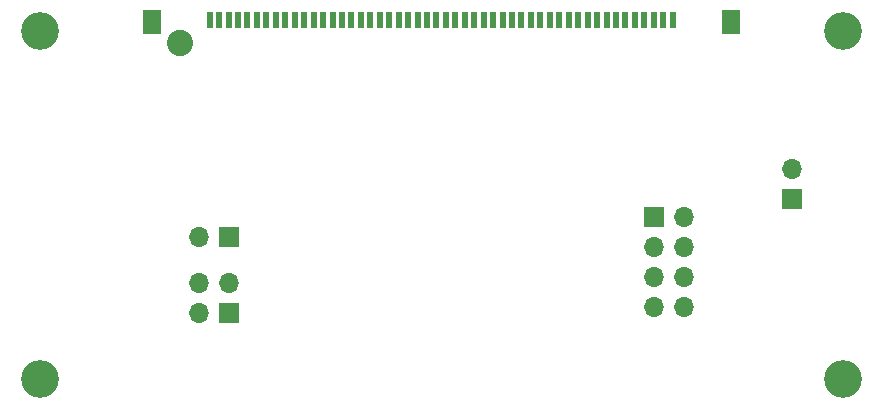
<source format=gbr>
%TF.GenerationSoftware,KiCad,Pcbnew,(7.0.0)*%
%TF.CreationDate,2023-08-31T15:59:46+04:00*%
%TF.ProjectId,RD53B_Quad_ZIF_to_ERF8_Data_Adapter,52443533-425f-4517-9561-645f5a49465f,V0*%
%TF.SameCoordinates,Original*%
%TF.FileFunction,Soldermask,Bot*%
%TF.FilePolarity,Negative*%
%FSLAX46Y46*%
G04 Gerber Fmt 4.6, Leading zero omitted, Abs format (unit mm)*
G04 Created by KiCad (PCBNEW (7.0.0)) date 2023-08-31 15:59:46*
%MOMM*%
%LPD*%
G01*
G04 APERTURE LIST*
%ADD10R,1.700000X1.700000*%
%ADD11O,1.700000X1.700000*%
%ADD12C,2.220000*%
%ADD13R,0.500000X1.480000*%
%ADD14R,1.500000X2.000000*%
%ADD15C,3.200000*%
G04 APERTURE END LIST*
D10*
%TO.C,J2*%
X134420499Y-104471999D03*
D11*
X131880499Y-104471999D03*
%TD*%
D12*
%TO.C,J5*%
X130310500Y-88010000D03*
D13*
X132820499Y-86069999D03*
X133620499Y-86069999D03*
X134420499Y-86069999D03*
X135220499Y-86069999D03*
X136020499Y-86069999D03*
X136820499Y-86069999D03*
X137620499Y-86069999D03*
X138420499Y-86069999D03*
X139220499Y-86069999D03*
X140020499Y-86069999D03*
X140820499Y-86069999D03*
X141620499Y-86069999D03*
X142420499Y-86069999D03*
X143220499Y-86069999D03*
X144020499Y-86069999D03*
X144820499Y-86069999D03*
X145620499Y-86069999D03*
X146420499Y-86069999D03*
X147220499Y-86069999D03*
X148020499Y-86069999D03*
X148820499Y-86069999D03*
X149620499Y-86069999D03*
X150420499Y-86069999D03*
X151220499Y-86069999D03*
X152020499Y-86069999D03*
X152820499Y-86069999D03*
X153620499Y-86069999D03*
X154420499Y-86069999D03*
X155220499Y-86069999D03*
X156020499Y-86069999D03*
X156820499Y-86069999D03*
X157620499Y-86069999D03*
X158420499Y-86069999D03*
X159220499Y-86069999D03*
X160020499Y-86069999D03*
X160820499Y-86069999D03*
X161620499Y-86069999D03*
X162420499Y-86069999D03*
X163220499Y-86069999D03*
X164020499Y-86069999D03*
X164820499Y-86069999D03*
X165620499Y-86069999D03*
X166420499Y-86069999D03*
X167220499Y-86069999D03*
X168020499Y-86069999D03*
X168820499Y-86069999D03*
X169620499Y-86069999D03*
X170420499Y-86069999D03*
X171220499Y-86069999D03*
X172020499Y-86069999D03*
D14*
X127920499Y-86209999D03*
X176920499Y-86209999D03*
%TD*%
D15*
%TO.C,*%
X118448000Y-116510000D03*
%TD*%
%TO.C,*%
X186448000Y-87010000D03*
%TD*%
D10*
%TO.C,J4*%
X170420499Y-102799999D03*
D11*
X172960499Y-102799999D03*
X170420499Y-105339999D03*
X172960499Y-105339999D03*
X170420499Y-107879999D03*
X172960499Y-107879999D03*
X170420499Y-110419999D03*
X172960499Y-110419999D03*
%TD*%
D10*
%TO.C,J3*%
X134420499Y-110886999D03*
D11*
X131880499Y-110886999D03*
X134420499Y-108346999D03*
X131880499Y-108346999D03*
%TD*%
D15*
%TO.C,*%
X118448000Y-87010000D03*
%TD*%
D10*
%TO.C,J6*%
X182086999Y-101249999D03*
D11*
X182086999Y-98709999D03*
%TD*%
D15*
%TO.C,*%
X186448000Y-116510000D03*
%TD*%
M02*

</source>
